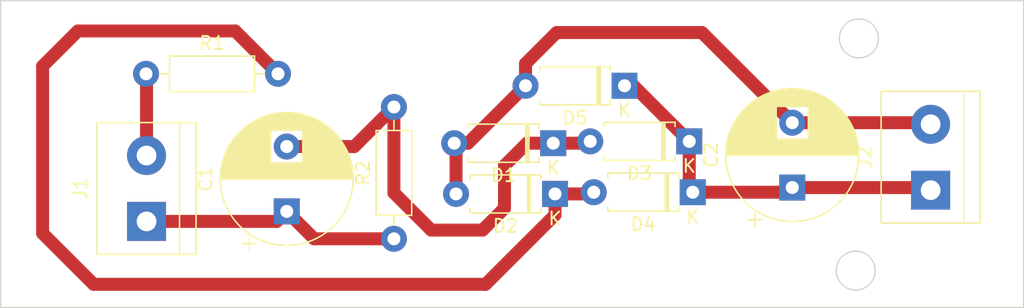
<source format=kicad_pcb>
(kicad_pcb (version 20211014) (generator pcbnew)
  (layers (0 "F.Cu" signal) (31 "B.Cu" signal) (34 "B.Paste" user) (35 "F.Paste" user) (36 "B.SilkS" user "B.Silkscreen") (37 "F.SilkS" user "F.Silkscreen") (38 "B.Mask" user) (39 "F.Mask" user) (44 "Edge.Cuts" user))
  (net 0 "")
  (net 1 "Net-(C1-Pad1)")
  (net 2 "Net-(C1-Pad2)")
  (net 3 "Net-(D2-Pad1)")
  (net 4 "Net-(J1-Pad2)")
  (net 5 "+5V")
  (net 6 "GND")
  (footprint "Capacitor_THT:CP_Radial_D10.0mm_P5.00mm" (layer "F.Cu") (at 168.67 101.88 90)
    (fp_text reference "C2" (at 2.5 -6.25 90) (layer "F.SilkS"))
    (fp_text value "470uf 25v")
    (fp_line (start 4.741 1.241) (end 4.741 4.564) (layer "F.SilkS") (width 0.12))
    (fp_line (start 5.301 1.241) (end 5.301 4.247) (layer "F.SilkS") (width 0.12))
    (fp_line (start 4.781 1.241) (end 4.781 4.545) (layer "F.SilkS") (width 0.12))
    (fp_line (start 5.061 -4.395) (end 5.061 -1.241) (layer "F.SilkS") (width 0.12))
    (fp_line (start 3.901 -4.885) (end 3.901 -1.241) (layer "F.SilkS") (width 0.12))
    (fp_line (start -2.479646 -3.375) (end -2.479646 -2.375) (layer "F.SilkS") (width 0.12))
    (fp_line (start 3.381 -5.004) (end 3.381 5.004) (layer "F.SilkS") (width 0.12))
    (fp_line (start 5.381 1.241) (end 5.381 4.194) (layer "F.SilkS") (width 0.12))
    (fp_line (start 3.18 -5.035) (end 3.18 5.035) (layer "F.SilkS") (width 0.12))
    (fp_line (start 5.261 1.241) (end 5.261 4.273) (layer "F.SilkS") (width 0.12))
    (fp_line (start 3.781 1.241) (end 3.781 4.918) (layer "F.SilkS") (width 0.12))
    (fp_line (start 5.861 1.241) (end 5.861 3.824) (layer "F.SilkS") (width 0.12))
    (fp_line (start 2.7 -5.077) (end 2.7 5.077) (layer "F.SilkS") (width 0.12))
    (fp_line (start 5.181 1.241) (end 5.181 4.323) (layer "F.SilkS") (width 0.12))
    (fp_line (start 7.581 -0.599) (end 7.581 0.599) (layer "F.SilkS") (width 0.12))
    (fp_line (start 3.741 -4.928) (end 3.741 4.928) (layer "F.SilkS") (width 0.12))
    (fp_line (start 5.141 -4.347) (end 5.141 -1.241) (layer "F.SilkS") (width 0.12))
    (fp_line (start -2.979646 -2.875) (end -1.979646 -2.875) (layer "F.SilkS") (width 0.12))
    (fp_line (start 4.221 -4.783) (end 4.221 -1.241) (layer "F.SilkS") (width 0.12))
    (fp_line (start 3.421 -4.997) (end 3.421 4.997) (layer "F.SilkS") (width 0.12))
    (fp_line (start 7.181 -2.037) (end 7.181 2.037) (layer "F.SilkS") (width 0.12))
    (fp_line (start 6.581 -3.054) (end 6.581 3.054) (layer "F.SilkS") (width 0.12))
    (fp_line (start 7.261 -1.846) (end 7.261 1.846) (layer "F.SilkS") (width 0.12))
    (fp_line (start 4.581 1.241) (end 4.581 4.639) (layer "F.SilkS") (width 0.12))
    (fp_line (start 7.221 -1.944) (end 7.221 1.944) (layer "F.SilkS") (width 0.12))
    (fp_line (start 6.821 -2.709) (end 6.821 2.709) (layer "F.SilkS") (width 0.12))
    (fp_line (start 4.501 1.241) (end 4.501 4.674) (layer "F.SilkS") (width 0.12))
    (fp_line (start 3.581 -4.965) (end 3.581 4.965) (layer "F.SilkS") (width 0.12))
    (fp_line (start 7.101 -2.209) (end 7.101 2.209) (layer "F.SilkS") (width 0.12))
    (fp_line (start 3.861 -4.897) (end 3.861 -1.241) (layer "F.SilkS") (width 0.12))
    (fp_line (start 4.141 1.241) (end 4.141 4.811) (layer "F.SilkS") (width 0.12))
    (fp_line (start 4.301 1.241) (end 4.301 4.754) (layer "F.SilkS") (width 0.12))
    (fp_line (start 7.461 -1.23) (end 7.461 1.23) (layer "F.SilkS") (width 0.12))
    (fp_line (start 5.421 1.241) (end 5.421 4.166) (layer "F.SilkS") (width 0.12))
    (fp_line (start 3.821 -4.907) (end 3.821 -1.241) (layer "F.SilkS") (width 0.12))
    (fp_line (start 4.701 -4.584) (end 4.701 -1.241) (layer "F.SilkS") (width 0.12))
    (fp_line (start 4.101 -4.824) (end 4.101 -1.241) (layer "F.SilkS") (width 0.12))
    (fp_line (start 6.141 1.241) (end 6.141 3.561) (layer "F.SilkS") (width 0.12))
    (fp_line (start 4.501 -4.674) (end 4.501 -1.241) (layer "F.SilkS") (width 0.12))
    (fp_line (start 4.181 -4.797) (end 4.181 -1.241) (layer "F.SilkS") (width 0.12))
    (fp_line (start 3.341 -5.011) (end 3.341 5.011) (layer "F.SilkS") (width 0.12))
    (fp_line (start 3.541 -4.974) (end 3.541 4.974) (layer "F.SilkS") (width 0.12))
    (fp_line (start 6.101 -3.601) (end 6.101 -1.241) (layer "F.SilkS") (width 0.12))
    (fp_line (start 6.101 1.241) (end 6.101 3.601) (layer "F.SilkS") (width 0.12))
    (fp_line (start 3.14 -5.04) (end 3.14 5.04) (layer "F.SilkS") (width 0.12))
    (fp_line (start 5.021 1.241) (end 5.021 4.417) (layer "F.SilkS") (width 0.12))
    (fp_line (start 3.301 -5.018) (end 3.301 5.018) (layer "F.SilkS") (width 0.12))
    (fp_line (start 3.501 -4.982) (end 3.501 4.982) (layer "F.SilkS") (width 0.12))
    (fp_line (start 6.461 -3.206) (end 6.461 3.206) (layer "F.SilkS") (width 0.12))
    (fp_line (start 4.861 -4.504) (end 4.861 -1.241) (layer "F.SilkS") (width 0.12))
    (fp_line (start 4.581 -4.639) (end 4.581 -1.241) (layer "F.SilkS") (width 0.12))
    (fp_line (start 5.501 1.241) (end 5.501 4.11) (layer "F.SilkS") (width 0.12))
    (fp_line (start 4.621 1.241) (end 4.621 4.621) (layer "F.SilkS") (width 0.12))
    (fp_line (start 3.941 1.241) (end 3.941 4.874) (layer "F.SilkS") (width 0.12))
    (fp_line (start 4.541 -4.657) (end 4.541 -1.241) (layer "F.SilkS") (width 0.12))
    (fp_line (start 5.621 -4.02) (end 5.621 -1.241) (layer "F.SilkS") (width 0.12))
    (fp_line (start 6.901 -2.579) (end 6.901 2.579) (layer "F.SilkS") (width 0.12))
    (fp_line (start 4.421 1.241) (end 4.421 4.707) (layer "F.SilkS") (width 0.12))
    (fp_line (start 5.901 1.241) (end 5.901 3.789) (layer "F.SilkS") (width 0.12))
    (fp_line (start 5.741 -3.925) (end 5.741 -1.241) (layer "F.SilkS") (width 0.12))
    (fp_line (start 5.541 -4.08) (end 5.541 -1.241) (layer "F.SilkS") (width 0.12))
    (fp_line (start 3.1 -5.045) (end 3.1 5.045) (layer "F.SilkS") (width 0.12))
    (fp_line (start 5.981 1.241) (end 5.981 3.716) (layer "F.SilkS") (width 0.12))
    (fp_line (start 3.261 -5.024) (end 3.261 5.024) (layer "F.SilkS") (width 0.12))
    (fp_line (start 5.501 -4.11) (end 5.501 -1.241) (layer "F.SilkS") (width 0.12))
    (fp_line (start 5.341 1.241) (end 5.341 4.221) (layer "F.SilkS") (width 0.12))
    (fp_line (start 4.821 1.241) (end 4.821 4.525) (layer "F.SilkS") (width 0.12))
    (fp_line (start 4.421 -4.707) (end 4.421 -1.241) (layer "F.SilkS") (width 0.12))
    (fp_line (start 7.141 -2.125) (end 7.141 2.125) (layer "F.SilkS") (width 0.12))
    (fp_line (start 5.701 -3.957) (end 5.701 -1.241) (layer "F.SilkS") (width 0.12))
    (fp_line (start 4.941 -4.462) (end 4.941 -1.241) (layer "F.SilkS") (width 0.12))
    (fp_line (start 6.421 -3.254) (end 6.421 3.254) (layer "F.SilkS") (width 0.12))
    (fp_line (start 4.901 -4.483) (end 4.901 -1.241) (layer "F.SilkS") (width 0.12))
    (fp_line (start 2.9 -5.065) (end 2.9 5.065) (layer "F.SilkS") (width 0.12))
    (fp_line (start 5.621 1.241) (end 5.621 4.02) (layer "F.SilkS") (width 0.12))
    (fp_line (start 4.781 -4.545) (end 4.781 -1.241) (layer "F.SilkS") (width 0.12))
    (fp_line (start 5.261 -4.273) (end 5.261 -1.241) (layer "F.SilkS") (width 0.12))
    (fp_line (start 3.821 1.241) (end 3.821 4.907) (layer "F.SilkS") (width 0.12))
    (fp_line (start 2.82 -5.07) (end 2.82 5.07) (layer "F.SilkS") (width 0.12))
    (fp_line (start 6.181 1.241) (end 6.181 3.52) (layer "F.SilkS") (width 0.12))
    (fp_line (start 2.54 -5.08) (end 2.54 5.08) (layer "F.SilkS") (width 0.12))
    (fp_line (start 4.301 -4.754) (end 4.301 -1.241) (layer "F.SilkS") (width 0.12))
    (fp_line (start 5.301 -4.247) (end 5.301 -1.241) (layer "F.SilkS") (width 0.12))
    (fp_line (start 4.261 -4.768) (end 4.261 -1.241) (layer "F.SilkS") (width 0.12))
    (fp_line (start 3.981 -4.862) (end 3.981 -1.241) (layer "F.SilkS") (width 0.12))
    (fp_line (start 4.821 -4.525) (end 4.821 -1.241) (layer "F.SilkS") (width 0.12))
    (fp_line (start 7.341 -1.63) (end 7.341 1.63) (layer "F.SilkS") (width 0.12))
    (fp_line (start 6.301 -3.392) (end 6.301 3.392) (layer "F.SilkS") (width 0.12))
    (fp_line (start 2.5 -5.08) (end 2.5 5.08) (layer "F.SilkS") (width 0.12))
    (fp_line (start 6.061 1.241) (end 6.061 3.64) (layer "F.SilkS") (width 0.12))
    (fp_line (start 5.781 1.241) (end 5.781 3.892) (layer "F.SilkS") (width 0.12))
    (fp_line (start 5.101 1.241) (end 5.101 4.371) (layer "F.SilkS") (width 0.12))
    (fp_line (start 5.861 -3.824) (end 5.861 -1.241) (layer "F.SilkS") (width 0.12))
    (fp_line (start 5.101 -4.371) (end 5.101 -1.241) (layer "F.SilkS") (width 0.12))
    (fp_line (start 3.621 -4.956) (end 3.621 4.956) (layer "F.SilkS") (width 0.12))
    (fp_line (start 6.541 -3.106) (end 6.541 3.106) (layer "F.SilkS") (width 0.12))
    (fp_line (start 6.221 -3.478) (end 6.221 -1.241) (layer "F.SilkS") (width 0.12))
    (fp_line (start 4.661 1.241) (end 4.661 4.603) (layer "F.SilkS") (width 0.12))
    (fp_line (start 7.021 -2.365) (end 7.021 2.365) (layer "F.SilkS") (width 0.12))
    (fp_line (start 4.341 -4.738) (end 4.341 -1.241) (layer "F.SilkS") (width 0.12))
    (fp_line (start 4.861 1.241) (end 4.861 4.504) (layer "F.SilkS") (width 0.12))
    (fp_line (start 4.981 -4.44) (end 4.981 -1.241) (layer "F.SilkS") (width 0.12))
    (fp_line (start 6.261 -3.436) (end 6.261 3.436) (layer "F.SilkS") (width 0.12))
    (fp_line (start 6.181 -3.52) (end 6.181 -1.241) (layer "F.SilkS") (width 0.12))
    (fp_line (start 4.661 -4.603) (end 4.661 -1.241) (layer "F.SilkS") (width 0.12))
    (fp_line (start 2.58 -5.08) (end 2.58 5.08) (layer "F.SilkS") (width 0.12))
    (fp_line (start 5.541 1.241) (end 5.541 4.08) (layer "F.SilkS") (width 0.12))
    (fp_line (start 5.821 -3.858) (end 5.821 -1.241) (layer "F.SilkS") (width 0.12))
    (fp_line (start 4.261 1.241) (end 4.261 4.768) (layer "F.SilkS") (width 0.12))
    (fp_line (start 6.621 -3) (end 6.621 3) (layer "F.SilkS") (width 0.12))
    (fp_line (start 4.341 1.241) (end 4.341 4.738) (layer "F.SilkS") (width 0.12))
    (fp_line (start 5.701 1.241) (end 5.701 3.957) (layer "F.SilkS") (width 0.12))
    (fp_line (start 7.501 -1.062) (end 7.501 1.062) (layer "F.SilkS") (width 0.12))
    (fp_line (start 2.94 -5.062) (end 2.94 5.062) (layer "F.SilkS") (width 0.12))
    (fp_line (start 7.421 -1.378) (end 7.421 1.378) (layer "F.SilkS") (width 0.12))
    (fp_line (start 5.221 -4.298) (end 5.221 -1.241) (layer "F.SilkS") (width 0.12))
    (fp_line (start 7.381 -1.51) (end 7.381 1.51) (layer "F.SilkS") (width 0.12))
    (fp_line (start 6.701 -2.889) (end 6.701 2.889) (layer "F.SilkS") (width 0.12))
    (fp_line (start 4.461 -4.69) (end 4.461 -1.241) (layer "F.SilkS") (width 0.12))
    (fp_line (start 6.981 -2.439) (end 6.981 2.439) (layer "F.SilkS") (width 0.12))
    (fp_line (start 5.061 1.241) (end 5.061 4.395) (layer "F.SilkS") (width 0.12))
    (fp_line (start 6.341 -3.347) (end 6.341 3.347) (layer "F.SilkS") (width 0.12))
    (fp_line (start 3.941 -4.874) (end 3.941 -1.241) (layer "F.SilkS") (width 0.12))
    (fp_line (start 5.821 1.241) (end 5.821 3.858) (layer "F.SilkS") (width 0.12))
    (fp_line (start 4.101 1.241) (end 4.101 4.824) (layer "F.SilkS") (width 0.12))
    (fp_line (start 6.741 -2.83) (end 6.741 2.83) (layer "F.SilkS") (width 0.12))
    (fp_line (start 4.621 -4.621) (end 4.621 -1.241) (layer "F.SilkS") (width 0.12))
    (fp_line (start 3.981 1.241) (end 3.981 4.862) (layer "F.SilkS") (width 0.12))
    (fp_line (start 5.581 -4.05) (end 5.581 -1.241) (layer "F.SilkS") (width 0.12))
    (fp_line (start 6.221 1.241) (end 6.221 3.478) (layer "F.SilkS") (width 0.12))
    (fp_line (start 5.581 1.241) (end 5.581 4.05) (layer "F.SilkS") (width 0.12))
    (fp_line (start 3.461 -4.99) (end 3.461 4.99) (layer "F.SilkS") (width 0.12))
    (fp_line (start 7.541 -0.862) (end 7.541 0.862) (layer "F.SilkS") (width 0.12))
    (fp_line (start 6.381 -3.301) (end 6.381 3.301) (layer "F.SilkS") (width 0.12))
    (fp_line (start 4.461 1.241) (end 4.461 4.69) (layer "F.SilkS") (width 0.12))
    (fp_line (start 4.061 -4.837) (end 4.061 -1.241) (layer "F.SilkS") (width 0.12))
    (fp_line (start 5.421 -4.166) (end 5.421 -1.241) (layer "F.SilkS") (width 0.12))
    (fp_line (start 5.661 -3.989) (end 5.661 -1.241) (layer "F.SilkS") (width 0.12))
    (fp_line (start 2.74 -5.075) (end 2.74 5.075) (layer "F.SilkS") (width 0.12))
    (fp_line (start 4.701 1.241) (end 4.701 4.584) (layer "F.SilkS") (width 0.12))
    (fp_line (start 6.661 -2.945) (end 6.661 2.945) (layer "F.SilkS") (width 0.12))
    (fp_line (start 6.021 1.241) (end 6.021 3.679) (layer "F.SilkS") (width 0.12))
    (fp_line (start 5.461 1.241) (end 5.461 4.138) (layer "F.SilkS") (width 0.12))
    (fp_line (start 3.861 1.241) (end 3.861 4.897) (layer "F.SilkS") (width 0.12))
    (fp_line (start 6.141 -3.561) (end 6.141 -1.241) (layer "F.SilkS") (width 0.12))
    (fp_line (start 4.741 -4.564) (end 4.741 -1.241) (layer "F.SilkS") (width 0.12))
    (fp_line (start 6.021 -3.679) (end 6.021 -1.241) (layer "F.SilkS") (width 0.12))
    (fp_line (start 5.021 -4.417) (end 5.021 -1.241) (layer "F.SilkS") (width 0.12))
    (fp_line (start 2.66 -5.078) (end 2.66 5.078) (layer "F.SilkS") (width 0.12))
    (fp_line (start 5.461 -4.138) (end 5.461 -1.241) (layer "F.SilkS") (width 0.12))
    (fp_line (start 5.941 1.241) (end 5.941 3.753) (layer "F.SilkS") (width 0.12))
    (fp_line (start 6.781 -2.77) (end 6.781 2.77) (layer "F.SilkS") (width 0.12))
    (fp_line (start 4.021 1.241) (end 4.021 4.85) (layer "F.SilkS") (width 0.12))
    (fp_line (start 2.62 -5.079) (end 2.62 5.079) (layer "F.SilkS") (width 0.12))
    (fp_line (start 3.02 -5.054) (end 3.02 5.054) (layer "F.SilkS") (width 0.12))
    (fp_line (start 3.06 -5.05) (end 3.06 5.05) (layer "F.SilkS") (width 0.12))
    (fp_line (start 4.021 -4.85) (end 4.021 -1.241) (layer "F.SilkS") (width 0.12))
    (fp_line (start 3.901 1.241) (end 3.901 4.885) (layer "F.SilkS") (width 0.12))
    (fp_line (start 4.941 1.241) (end 4.941 4.462) (layer "F.SilkS") (width 0.12))
    (fp_line (start 5.141 1.241) (end 5.141 4.347) (layer "F.SilkS") (width 0.12))
    (fp_line (start 5.901 -3.789) (end 5.901 -1.241) (layer "F.SilkS") (width 0.12))
    (fp_line (start 5.741 1.241) (end 5.741 3.925) (layer "F.SilkS") (width 0.12))
    (fp_line (start 7.301 -1.742) (end 7.301 1.742) (layer "F.SilkS") (width 0.12))
    (fp_line (start 4.061 1.241) (end 4.061 4.837) (layer "F.SilkS") (width 0.12))
    (fp_line (start 2.98 -5.058) (end 2.98 5.058) (layer "F.SilkS") (width 0.12))
    (fp_line (start 2.78 -5.073) (end 2.78 5.073) (layer "F.SilkS") (width 0.12))
    (fp_line (start 5.181 -4.323) (end 5.181 -1.241) (layer "F.SilkS") (width 0.12))
    (fp_line (start 5.781 -3.892) (end 5.781 -1.241) (layer "F.SilkS") (width 0.12))
    (fp_line (start 5.341 -4.221) (end 5.341 -1.241) (layer "F.SilkS") (width 0.12))
    (fp_line (start 2.86 -5.068) (end 2.86 5.068) (layer "F.SilkS") (width 0.12))
    (fp_line (start 4.381 1.241) (end 4.381 4.723) (layer "F.SilkS") (width 0.12))
    (fp_line (start 6.941 -2.51) (end 6.941 2.51) (layer "F.SilkS") (width 0.12))
    (fp_line (start 3.661 -4.947) (end 3.661 4.947) (layer "F.SilkS") (width 0.12))
    (fp_line (start 3.781 -4.918) (end 3.781 -1.241) (layer "F.SilkS") (width 0.12))
    (fp_line (start 4.981 1.241) (end 4.981 4.44) (layer "F.SilkS") (width 0.12))
    (fp_line (start 4.541 1.241) (end 4.541 4.657) (layer "F.SilkS") (width 0.12))
    (fp_line (start 5.661 1.241) (end 5.661 3.989) (layer "F.SilkS") (width 0.12))
    (fp_line (start 6.861 -2.645) (end 6.861 2.645) (layer "F.SilkS") (width 0.12))
    (fp_line (start 4.221 1.241) (end 4.221 4.783) (layer "F.SilkS") (width 0.12))
    (fp_line (start 5.221 1.241) (end 5.221 4.298) (layer "F.SilkS") (width 0.12))
    (fp_line (start 4.901 1.241) (end 4.901 4.483) (layer "F.SilkS") (width 0.12))
    (fp_line (start 5.941 -3.753) (end 5.941 -1.241) (layer "F.SilkS") (width 0.12))
    (fp_line (start 7.061 -2.289) (end 7.061 2.289) (layer "F.SilkS") (width 0.12))
    (fp_line (start 4.181 1.241) (end 4.181 4.797) (layer "F.SilkS") (width 0.12))
    (fp_line (start 5.381 -4.194) (end 5.381 -1.241) (layer "F.SilkS") (width 0.12))
    (fp_line (start 3.221 -5.03) (end 3.221 5.03) (layer "F.SilkS") (width 0.12))
    (fp_line (start 6.501 -3.156) (end 6.501 3.156) (layer "F.SilkS") (width 0.12))
    (fp_line (start 5.981 -3.716) (end 5.981 -1.241) (layer "F.SilkS") (width 0.12))
    (fp_line (start 6.061 -3.64) (end 6.061 -1.241) (layer "F.SilkS") (width 0.12))
    (fp_line (start 4.381 -4.723) (end 4.381 -1.241) (layer "F.SilkS") (width 0.12))
    (fp_line (start 3.701 -4.938) (end 3.701 4.938) (layer "F.SilkS") (width 0.12))
    (fp_line (start 4.141 -4.811) (end 4.141 -1.241) (layer "F.SilkS") (width 0.12))
    (fp_circle (center 2.5 0) (end 7.62 0) (layer "F.SilkS") (width 0.12) (fill none))
    (pad "1" thru_hole rect (at 0 0 90) (size 2 2) (drill 1) (layers *.Cu *.Mask) (net 5 "+5V"))
    (pad "2" thru_hole circle (at 5 0 90) (size 2 2) (drill 1) (layers *.Cu *.Mask) (net 6 "GND"))
  )
  (footprint "Resistor_THT:R_Axial_DIN0207_L6.3mm_D2.5mm_P10.16mm_Horizontal" (layer "F.Cu") (at 138.01 105.83 90)
    (fp_text reference "R2" (at 5.08 -2.37 90) (layer "F.SilkS"))
    (fp_text value "1Mo 0.25W")
    (fp_line (start 9.12 0) (end 8.35 0) (layer "F.SilkS") (width 0.12))
    (fp_line (start 8.35 -1.37) (end 1.81 -1.37) (layer "F.SilkS") (width 0.12))
    (fp_line (start 1.81 -1.37) (end 1.81 1.37) (layer "F.SilkS") (width 0.12))
    (fp_line (start 1.81 1.37) (end 8.35 1.37) (layer "F.SilkS") (width 0.12))
    (fp_line (start 8.35 1.37) (end 8.35 -1.37) (layer "F.SilkS") (width 0.12))
    (fp_line (start 1.04 0) (end 1.81 0) (layer "F.SilkS") (width 0.12))
    (pad "1" thru_hole circle (at 0 0 90) (size 2 2) (drill 1) (layers *.Cu *.Mask) (net 1 "Net-(C1-Pad1)"))
    (pad "2" thru_hole circle (at 10.16 0 90) (size 2 2) (drill 1) (layers *.Cu *.Mask) (net 2 "Net-(C1-Pad2)"))
  )
  (footprint "Resistor_THT:R_Axial_DIN0207_L6.3mm_D2.5mm_P10.16mm_Horizontal" (layer "F.Cu") (at 118.93 93.11)
    (fp_text reference "R1" (at 5.08 -2.37) (layer "F.SilkS"))
    (fp_text value "100o 2W")
    (fp_line (start 1.81 -1.37) (end 1.81 1.37) (layer "F.SilkS") (width 0.12))
    (fp_line (start 9.12 0) (end 8.35 0) (layer "F.SilkS") (width 0.12))
    (fp_line (start 1.81 1.37) (end 8.35 1.37) (layer "F.SilkS") (width 0.12))
    (fp_line (start 8.35 -1.37) (end 1.81 -1.37) (layer "F.SilkS") (width 0.12))
    (fp_line (start 1.04 0) (end 1.81 0) (layer "F.SilkS") (width 0.12))
    (fp_line (start 8.35 1.37) (end 8.35 -1.37) (layer "F.SilkS") (width 0.12))
    (pad "1" thru_hole circle (at 0 0) (size 2 2) (drill 1) (layers *.Cu *.Mask) (net 4 "Net-(J1-Pad2)"))
    (pad "2" thru_hole oval (at 10.16 0) (size 2 2) (drill 1) (layers *.Cu *.Mask) (net 3 "Net-(D2-Pad1)"))
  )
  (footprint "Diode_THT:D_A-405_P7.62mm_Horizontal" (layer "F.Cu") (at 150.27 98.46 180)
    (fp_text reference "D1" (at 3.81 -2.47) (layer "F.SilkS"))
    (fp_text value "1N4007")
    (fp_text user "K" (at 0 -1.9) (layer "F.SilkS"))
    (fp_line (start 1.09 1.14) (end 1.09 1.47) (layer "F.SilkS") (width 0.12))
    (fp_line (start 6.53 1.47) (end 6.53 1.14) (layer "F.SilkS") (width 0.12))
    (fp_line (start 6.53 -1.47) (end 6.53 -1.14) (layer "F.SilkS") (width 0.12))
    (fp_line (start 1.87 -1.47) (end 1.87 1.47) (layer "F.SilkS") (width 0.12))
    (fp_line (start 1.09 1.47) (end 6.53 1.47) (layer "F.SilkS") (width 0.12))
    (fp_line (start 1.09 -1.47) (end 6.53 -1.47) (layer "F.SilkS") (width 0.12))
    (fp_line (start 1.99 -1.47) (end 1.99 1.47) (layer "F.SilkS") (width 0.12))
    (fp_line (start 2.11 -1.47) (end 2.11 1.47) (layer "F.SilkS") (width 0.12))
    (fp_line (start 1.09 -1.14) (end 1.09 -1.47) (layer "F.SilkS") (width 0.12))
    (pad "1" thru_hole rect (at 0 0 180) (size 2 2) (drill 1) (layers *.Cu *.Mask) (net 2 "Net-(C1-Pad2)"))
    (pad "2" thru_hole circle (at 7.62 0 180) (size 2 2) (drill 1) (layers *.Cu *.Mask) (net 6 "GND"))
  )
  (footprint "TerminalBlock:TerminalBlock_bornier-2_P5.08mm" (layer "F.Cu") (at 179.32 102.08 90)
    (fp_text reference "J2" (at 2.54 -5.08 90) (layer "F.SilkS"))
    (fp_text value "Screw_Terminal_01x02")
    (fp_line (start -2.54 -3.81) (end -2.54 3.81) (layer "F.SilkS") (width 0.12))
    (fp_line (start -2.54 3.81) (end 7.62 3.81) (layer "F.SilkS") (width 0.12))
    (fp_line (start 7.62 3.81) (end 7.62 -3.81) (layer "F.SilkS") (width 0.12))
    (fp_line (start 7.62 -3.81) (end -2.54 -3.81) (layer "F.SilkS") (width 0.12))
    (fp_line (start 7.62 2.54) (end -2.54 2.54) (layer "F.SilkS") (width 0.12))
    (pad "1" thru_hole rect (at 0 0 90) (size 3 3) (drill 1.52) (layers *.Cu *.Mask) (net 5 "+5V"))
    (pad "2" thru_hole circle (at 5.08 0 90) (size 3 3) (drill 1.52) (layers *.Cu *.Mask) (net 6 "GND"))
  )
  (footprint "Diode_THT:D_A-405_P7.62mm_Horizontal" (layer "F.Cu") (at 160.74 98.32 180)
    (fp_text reference "D3" (at 3.81 -2.47) (layer "F.SilkS"))
    (fp_text value "1N4007")
    (fp_text user "K" (at 0 -1.9) (layer "F.SilkS"))
    (fp_line (start 6.53 1.47) (end 6.53 1.14) (layer "F.SilkS") (width 0.12))
    (fp_line (start 1.09 1.14) (end 1.09 1.47) (layer "F.SilkS") (width 0.12))
    (fp_line (start 1.09 -1.47) (end 6.53 -1.47) (layer "F.SilkS") (width 0.12))
    (fp_line (start 1.09 -1.14) (end 1.09 -1.47) (layer "F.SilkS") (width 0.12))
    (fp_line (start 1.09 1.47) (end 6.53 1.47) (layer "F.SilkS") (width 0.12))
    (fp_line (start 6.53 -1.47) (end 6.53 -1.14) (layer "F.SilkS") (width 0.12))
    (fp_line (start 1.99 -1.47) (end 1.99 1.47) (layer "F.SilkS") (width 0.12))
    (fp_line (start 1.87 -1.47) (end 1.87 1.47) (layer "F.SilkS") (width 0.12))
    (fp_line (start 2.11 -1.47) (end 2.11 1.47) (layer "F.SilkS") (width 0.12))
    (pad "1" thru_hole rect (at 0 0 180) (size 2 2) (drill 1) (layers *.Cu *.Mask) (net 5 "+5V"))
    (pad "2" thru_hole oval (at 7.62 0 180) (size 2 2) (drill 1) (layers *.Cu *.Mask) (net 2 "Net-(C1-Pad2)"))
  )
  (footprint "Diode_THT:D_A-405_P7.62mm_Horizontal" (layer "F.Cu") (at 150.41 102.37 180)
    (fp_text reference "D2" (at 3.81 -2.47) (layer "F.SilkS"))
    (fp_text value "1N4007")
    (fp_text user "K" (at 0 -1.9) (layer "F.SilkS"))
    (fp_line (start 1.09 1.47) (end 6.53 1.47) (layer "F.SilkS") (width 0.12))
    (fp_line (start 6.53 1.47) (end 6.53 1.14) (layer "F.SilkS") (width 0.12))
    (fp_line (start 2.11 -1.47) (end 2.11 1.47) (layer "F.SilkS") (width 0.12))
    (fp_line (start 1.09 -1.47) (end 6.53 -1.47) (layer "F.SilkS") (width 0.12))
    (fp_line (start 1.99 -1.47) (end 1.99 1.47) (layer "F.SilkS") (width 0.12))
    (fp_line (start 1.09 1.14) (end 1.09 1.47) (layer "F.SilkS") (width 0.12))
    (fp_line (start 1.87 -1.47) (end 1.87 1.47) (layer "F.SilkS") (width 0.12))
    (fp_line (start 1.09 -1.14) (end 1.09 -1.47) (layer "F.SilkS") (width 0.12))
    (fp_line (start 6.53 -1.47) (end 6.53 -1.14) (layer "F.SilkS") (width 0.12))
    (pad "1" thru_hole rect (at 0 0 180) (size 2 2) (drill 1) (layers *.Cu *.Mask) (net 3 "Net-(D2-Pad1)"))
    (pad "2" thru_hole oval (at 7.62 0 180) (size 2 2) (drill 1) (layers *.Cu *.Mask) (net 6 "GND"))
  )
  (footprint "Diode_THT:D_A-405_P7.62mm_Horizontal" (layer "F.Cu") (at 155.76 94.03 180)
    (fp_text reference "D5" (at 3.81 -2.47) (layer "F.SilkS"))
    (fp_text value "5v zener")
    (fp_text user "K" (at 0 -1.9) (layer "F.SilkS"))
    (fp_line (start 2.11 -1.47) (end 2.11 1.47) (layer "F.SilkS") (width 0.12))
    (fp_line (start 6.53 -1.47) (end 6.53 -1.14) (layer "F.SilkS") (width 0.12))
    (fp_line (start 1.09 1.47) (end 6.53 1.47) (layer "F.SilkS") (width 0.12))
    (fp_line (start 1.09 -1.47) (end 6.53 -1.47) (layer "F.SilkS") (width 0.12))
    (fp_line (start 1.87 -1.47) (end 1.87 1.47) (layer "F.SilkS") (width 0.12))
    (fp_line (start 1.09 -1.14) (end 1.09 -1.47) (layer "F.SilkS") (width 0.12))
    (fp_line (start 1.99 -1.47) (end 1.99 1.47) (layer "F.SilkS") (width 0.12))
    (fp_line (start 1.09 1.14) (end 1.09 1.47) (layer "F.SilkS") (width 0.12))
    (fp_line (start 6.53 1.47) (end 6.53 1.14) (layer "F.SilkS") (width 0.12))
    (pad "1" thru_hole rect (at 0 0 180) (size 2 2) (drill 1) (layers *.Cu *.Mask) (net 5 "+5V"))
    (pad "2" thru_hole circle (at 7.62 0 180) (size 2 2) (drill 1) (layers *.Cu *.Mask) (net 6 "GND"))
  )
  (footprint "Diode_THT:D_A-405_P7.62mm_Horizontal" (layer "F.Cu") (at 161.01 102.24 180)
    (fp_text reference "D4" (at 3.81 -2.47) (layer "F.SilkS"))
    (fp_text value "1N4007")
    (fp_text user "K" (at 0 -1.9) (layer "F.SilkS"))
    (fp_line (start 6.53 1.47) (end 6.53 1.14) (layer "F.SilkS") (width 0.12))
    (fp_line (start 2.11 -1.47) (end 2.11 1.47) (layer "F.SilkS") (width 0.12))
    (fp_line (start 1.09 -1.14) (end 1.09 -1.47) (layer "F.SilkS") (width 0.12))
    (fp_line (start 1.09 1.47) (end 6.53 1.47) (layer "F.SilkS") (width 0.12))
    (fp_line (start 1.87 -1.47) (end 1.87 1.47) (layer "F.SilkS") (width 0.12))
    (fp_line (start 6.53 -1.47) (end 6.53 -1.14) (layer "F.SilkS") (width 0.12))
    (fp_line (start 1.99 -1.47) (end 1.99 1.47) (layer "F.SilkS") (width 0.12))
    (fp_line (start 1.09 1.14) (end 1.09 1.47) (layer "F.SilkS") (width 0.12))
    (fp_line (start 1.09 -1.47) (end 6.53 -1.47) (layer "F.SilkS") (width 0.12))
    (pad "1" thru_hole rect (at 0 0 180) (size 2 2) (drill 1) (layers *.Cu *.Mask) (net 5 "+5V"))
    (pad "2" thru_hole oval (at 7.62 0 180) (size 2 2) (drill 1) (layers *.Cu *.Mask) (net 3 "Net-(D2-Pad1)"))
  )
  (footprint "TerminalBlock:TerminalBlock_bornier-2_P5.08mm" (layer "F.Cu") (at 118.97 104.49 90)
    (fp_text reference "J1" (at 2.54 -5.08 90) (layer "F.SilkS"))
    (fp_text value "Screw_Terminal_01x02")
    (fp_line (start -2.54 3.81) (end 7.62 3.81) (layer "F.SilkS") (width 0.12))
    (fp_line (start 7.62 2.54) (end -2.54 2.54) (layer "F.SilkS") (width 0.12))
    (fp_line (start 7.62 -3.81) (end -2.54 -3.81) (layer "F.SilkS") (width 0.12))
    (fp_line (start -2.54 -3.81) (end -2.54 3.81) (layer "F.SilkS") (width 0.12))
    (fp_line (start 7.62 3.81) (end 7.62 -3.81) (layer "F.SilkS") (width 0.12))
    (pad "1" thru_hole rect (at 0 0 90) (size 3 3) (drill 1.52) (layers *.Cu *.Mask) (net 1 "Net-(C1-Pad1)"))
    (pad "2" thru_hole circle (at 5.08 0 90) (size 3 3) (drill 1.52) (layers *.Cu *.Mask) (net 4 "Net-(J1-Pad2)"))
  )
  (footprint "Capacitor_THT:CP_Radial_D10.0mm_P5.00mm" (layer "F.Cu") (at 129.76 103.717677 90)
    (fp_text reference "C1" (at 2.5 -6.25 90) (layer "F.SilkS"))
    (fp_text value "2.2uf 400V")
    (fp_line (start 6.701 -2.889) (end 6.701 2.889) (layer "F.SilkS") (width 0.12))
    (fp_line (start 5.661 1.241) (end 5.661 3.989) (layer "F.SilkS") (width 0.12))
    (fp_line (start 3.861 1.241) (end 3.861 4.897) (layer "F.SilkS") (width 0.12))
    (fp_line (start 6.301 -3.392) (end 6.301 3.392) (layer "F.SilkS") (width 0.12))
    (fp_line (start 7.581 -0.599) (end 7.581 0.599) (layer "F.SilkS") (width 0.12))
    (fp_line (start 3.381 -5.004) (end 3.381 5.004) (layer "F.SilkS") (width 0.12))
    (fp_line (start 4.141 1.241) (end 4.141 4.811) (layer "F.SilkS") (width 0.12))
    (fp_line (start 5.101 1.241) (end 5.101 4.371) (layer "F.SilkS") (width 0.12))
    (fp_line (start 6.141 1.241) (end 6.141 3.561) (layer "F.SilkS") (width 0.12))
    (fp_line (start 3.14 -5.04) (end 3.14 5.04) (layer "F.SilkS") (width 0.12))
    (fp_line (start 5.901 1.241) (end 5.901 3.789) (layer "F.SilkS") (width 0.12))
    (fp_line (start 4.581 -4.639) (end 4.581 -1.241) (layer "F.SilkS") (width 0.12))
    (fp_line (start 2.74 -5.075) (end 2.74 5.075) (layer "F.SilkS") (width 0.12))
    (fp_line (start 4.221 1.241) (end 4.221 4.783) (layer "F.SilkS") (width 0.12))
    (fp_line (start 4.701 1.241) (end 4.701 4.584) (layer "F.SilkS") (width 0.12))
    (fp_line (start 3.821 -4.907) (end 3.821 -1.241) (layer "F.SilkS") (width 0.12))
    (fp_line (start 4.901 -4.483) (end 4.901 -1.241) (layer "F.SilkS") (width 0.12))
    (fp_line (start 4.301 -4.754) (end 4.301 -1.241) (layer "F.SilkS") (width 0.12))
    (fp_line (start 5.381 1.241) (end 5.381 4.194) (layer "F.SilkS") (width 0.12))
    (fp_line (start 4.741 1.241) (end 4.741 4.564) (layer "F.SilkS") (width 0.12))
    (fp_line (start 6.021 1.241) (end 6.021 3.679) (layer "F.SilkS") (width 0.12))
    (fp_line (start 2.5 -5.08) (end 2.5 5.08) (layer "F.SilkS") (width 0.12))
    (fp_line (start 3.581 -4.965) (end 3.581 4.965) (layer "F.SilkS") (width 0.12))
    (fp_line (start 7.181 -2.037) (end 7.181 2.037) (layer "F.SilkS") (width 0.12))
    (fp_line (start 4.301 1.241) (end 4.301 4.754) (layer "F.SilkS") (width 0.12))
    (fp_line (start 4.421 -4.707) (end 4.421 -1.241) (layer "F.SilkS") (width 0.12))
    (fp_line (start 7.021 -2.365) (end 7.021 2.365) (layer "F.SilkS") (width 0.12))
    (fp_line (start 4.061 -4.837) (end 4.061 -1.241) (layer "F.SilkS") (width 0.12))
    (fp_line (start 6.141 -3.561) (end 6.141 -1.241) (layer "F.SilkS") (width 0.12))
    (fp_line (start 4.261 -4.768) (end 4.261 -1.241) (layer "F.SilkS") (width 0.12))
    (fp_line (start 4.741 -4.564) (end 4.741 -1.241) (layer "F.SilkS") (width 0.12))
    (fp_line (start 6.101 1.241) (end 6.101 3.601) (layer "F.SilkS") (width 0.12))
    (fp_line (start 4.581 1.241) (end 4.581 4.639) (layer "F.SilkS") (width 0.12))
    (fp_line (start 6.541 -3.106) (end 6.541 3.106) (layer "F.SilkS") (width 0.12))
    (fp_line (start 4.101 1.241) (end 4.101 4.824) (layer "F.SilkS") (width 0.12))
    (fp_line (start 4.781 1.241) (end 4.781 4.545) (layer "F.SilkS") (width 0.12))
    (fp_line (start 4.701 -4.584) (end 4.701 -1.241) (layer "F.SilkS") (width 0.12))
    (fp_line (start 2.78 -5.073) (end 2.78 5.073) (layer "F.SilkS") (width 0.12))
    (fp_line (start 5.621 1.241) (end 5.621 4.02) (layer "F.SilkS") (width 0.12))
    (fp_line (start 5.781 -3.892) (end 5.781 -1.241) (layer "F.SilkS") (width 0.12))
    (fp_line (start 2.86 -5.068) (end 2.86 5.068) (layer "F.SilkS") (width 0.12))
    (fp_line (start 5.501 -4.11) (end 5.501 -1.241) (layer "F.SilkS") (width 0.12))
    (fp_line (start 5.461 1.241) (end 5.461 4.138) (layer "F.SilkS") (width 0.12))
    (fp_line (start 6.621 -3) (end 6.621 3) (layer "F.SilkS") (width 0.12))
    (fp_line (start 4.981 -4.44) (end 4.981 -1.241) (layer "F.SilkS") (width 0.12))
    (fp_line (start 5.021 -4.417) (end 5.021 -1.241) (layer "F.SilkS") (width 0.12))
    (fp_line (start 4.221 -4.783) (end 4.221 -1.241) (layer "F.SilkS") (width 0.12))
    (fp_line (start 2.66 -5.078) (end 2.66 5.078) (layer "F.SilkS") (width 0.12))
    (fp_line (start 4.261 1.241) (end 4.261 4.768) (layer "F.SilkS") (width 0.12))
    (fp_line (start 7.061 -2.289) (end 7.061 2.289) (layer "F.SilkS") (width 0.12))
    (fp_line (start 5.821 1.241) (end 5.821 3.858) (layer "F.SilkS") (width 0.12))
    (fp_line (start 5.941 -3.753) (end 5.941 -1.241) (layer "F.SilkS") (width 0.12))
    (fp_line (start 5.621 -4.02) (end 5.621 -1.241) (layer "F.SilkS") (width 0.12))
    (fp_line (start 5.301 -4.247) (end 5.301 -1.241) (layer "F.SilkS") (width 0.12))
    (fp_line (start 6.981 -2.439) (end 6.981 2.439) (layer "F.SilkS") (width 0.12))
    (fp_line (start 6.101 -3.601) (end 6.101 -1.241) (layer "F.SilkS") (width 0.12))
    (fp_line (start 4.941 1.241) (end 4.941 4.462) (layer "F.SilkS") (width 0.12))
    (fp_line (start 6.861 -2.645) (end 6.861 2.645) (layer "F.SilkS") (width 0.12))
    (fp_line (start 5.261 1.241) (end 5.261 4.273) (layer "F.SilkS") (width 0.12))
    (fp_line (start 2.58 -5.08) (end 2.58 5.08) (layer "F.SilkS") (width 0.12))
    (fp_line (start 2.94 -5.062) (end 2.94 5.062) (layer "F.SilkS") (width 0.12))
    (fp_line (start 4.541 -4.657) (end 4.541 -1.241) (layer "F.SilkS") (width 0.12))
    (fp_line (start 4.821 1.241) (end 4.821 4.525) (layer "F.SilkS") (width 0.12))
    (fp_line (start 7.301 -1.742) (end 7.301 1.742) (layer "F.SilkS") (width 0.12))
    (fp_line (start -2.479646 -3.375) (end -2.479646 -2.375) (layer "F.SilkS") (width 0.12))
    (fp_line (start 7.341 -1.63) (end 7.341 1.63) (layer "F.SilkS") (width 0.12))
    (fp_line (start 3.1 -5.045) (end 3.1 5.045) (layer "F.SilkS") (width 0.12))
    (fp_line (start 6.261 -3.436) (end 6.261 3.436) (layer "F.SilkS") (width 0.12))
    (fp_line (start 5.661 -3.989) (end 5.661 -1.241) (layer "F.SilkS") (width 0.12))
    (fp_line (start 6.901 -2.579) (end 6.901 2.579) (layer "F.SilkS") (width 0.12))
    (fp_line (start 4.381 1.241) (end 4.381 4.723) (layer "F.SilkS") (width 0.12))
    (fp_line (start 3.461 -4.99) (end 3.461 4.99) (layer "F.SilkS") (width 0.12))
    (fp_line (start 4.501 1.241) (end 4.501 4.674) (layer "F.SilkS") (width 0.12))
    (fp_line (start 4.341 -4.738) (end 4.341 -1.241) (layer "F.SilkS") (width 0.12))
    (fp_line (start 5.861 -3.824) (end 5.861 -1.241) (layer "F.SilkS") (width 0.12))
    (fp_line (start 5.581 -4.05) (end 5.581 -1.241) (layer "F.SilkS") (width 0.12))
    (fp_line (start 6.061 -3.64) (end 6.061 -1.241) (layer "F.SilkS") (width 0.12))
    (fp_line (start 3.02 -5.054) (end 3.02 5.054) (layer "F.SilkS") (width 0.12))
    (fp_line (start 4.421 1.241) (end 4.421 4.707) (layer "F.SilkS") (width 0.12))
    (fp_line (start 5.061 1.241) (end 5.061 4.395) (layer "F.SilkS") (width 0.12))
    (fp_line (start 5.861 1.241) (end 5.861 3.824) (layer "F.SilkS") (width 0.12))
    (fp_line (start 6.421 -3.254) (end 6.421 3.254) (layer "F.SilkS") (width 0.12))
    (fp_line (start 4.461 1.241) (end 4.461 4.69) (layer "F.SilkS") (width 0.12))
    (fp_line (start 3.981 -4.862) (end 3.981 -1.241) (layer "F.SilkS") (width 0.12))
    (fp_line (start 5.941 1.241) (end 5.941 3.753) (layer "F.SilkS") (width 0.12))
    (fp_line (start 3.861 -4.897) (end 3.861 -1.241) (layer "F.SilkS") (width 0.12))
    (fp_line (start 7.101 -2.209) (end 7.101 2.209) (layer "F.SilkS") (width 0.12))
    (fp_line (start 5.701 1.241) (end 5.701 3.957) (layer "F.SilkS") (width 0.12))
    (fp_line (start 4.861 1.241) (end 4.861 4.504) (layer "F.SilkS") (width 0.12))
    (fp_line (start 3.701 -4.938) (end 3.701 4.938) (layer "F.SilkS") (width 0.12))
    (fp_line (start 3.661 -4.947) (end 3.661 4.947) (layer "F.SilkS") (width 0.12))
    (fp_line (start 5.341 1.241) (end 5.341 4.221) (layer "F.SilkS") (width 0.12))
    (fp_line (start 4.621 -4.621) (end 4.621 -1.241) (layer "F.SilkS") (width 0.12))
    (fp_line (start 4.381 -4.723) (end 4.381 -1.241) (layer "F.SilkS") (width 0.12))
    (fp_line (start 5.021 1.241) (end 5.021 4.417) (layer "F.SilkS") (width 0.12))
    (fp_line (start 6.221 -3.478) (end 6.221 -1.241) (layer "F.SilkS") (width 0.12))
    (fp_line (start 3.301 -5.018) (end 3.301 5.018) (layer "F.SilkS") (width 0.12))
    (fp_line (start 5.421 -4.166) (end 5.421 -1.241) (layer "F.SilkS") (width 0.12))
    (fp_line (start 2.54 -5.08) (end 2.54 5.08) (layer "F.SilkS") (width 0.12))
    (fp_line (start 5.981 1.241) (end 5.981 3.716) (layer "F.SilkS") (width 0.12))
    (fp_line (start 5.421 1.241) (end 5.421 4.166) (layer "F.SilkS") (width 0.12))
    (fp_line (start 3.741 -4.928) (end 3.741 4.928) (layer "F.SilkS") (width 0.12))
    (fp_line (start 5.741 -3.925) (end 5.741 -1.241) (layer "F.SilkS") (width 0.12))
    (fp_line (start 6.741 -2.83) (end 6.741 2.83) (layer "F.SilkS") (width 0.12))
    (fp_line (start 5.221 1.241) (end 5.221 4.298) (layer "F.SilkS") (width 0.12))
    (fp_line (start 3.421 -4.997) (end 3.421 4.997) (layer "F.SilkS") (width 0.12))
    (fp_line (start 7.221 -1.944) (end 7.221 1.944) (layer "F.SilkS") (width 0.12))
    (fp_line (start 4.821 -4.525) (end 4.821 -1.241) (layer "F.SilkS") (width 0.12))
    (fp_line (start 2.82 -5.07) (end 2.82 5.07) (layer "F.SilkS") (width 0.12))
    (fp_line (start 5.181 1.241) (end 5.181 4.323) (layer "F.SilkS") (width 0.12))
    (fp_line (start 4.981 1.241) (end 4.981 4.44) (layer "F.SilkS") (width 0.12))
    (fp_line (start 2.98 -5.058) (end 2.98 5.058) (layer "F.SilkS") (width 0.12))
    (fp_line (start 3.941 1.241) (end 3.941 4.874) (layer "F.SilkS") (width 0.12))
    (fp_line (start 6.381 -3.301) (end 6.381 3.301) (layer "F.SilkS") (width 0.12))
    (fp_line (start 7.461 -1.23) (end 7.461 1.23) (layer "F.SilkS") (width 0.12))
    (fp_line (start 5.381 -4.194) (end 5.381 -1.241) (layer "F.SilkS") (width 0.12))
    (fp_line (start 4.021 -4.85) (end 4.021 -1.241) (layer "F.SilkS") (width 0.12))
    (fp_line (start 4.181 1.241) (end 4.181 4.797) (layer "F.SilkS") (width 0.12))
    (fp_line (start 6.501 -3.156) (end 6.501 3.156) (layer "F.SilkS") (width 0.12))
    (fp_line (start 6.181 -3.52) (end 6.181 -1.241) (layer "F.SilkS") (width 0.12))
    (fp_line (start 6.941 -2.51) (end 6.941 2.51) (layer "F.SilkS") (width 0.12))
    (fp_line (start 6.341 -3.347) (end 6.341 3.347) (layer "F.SilkS") (width 0.12))
    (fp_line (start 4.901 1.241) (end 4.901 4.483) (layer "F.SilkS") (width 0.12))
    (fp_line (start 5.461 -4.138) (end 5.461 -1.241) (layer "F.SilkS") (width 0.12))
    (fp_line (start 3.981 1.241) (end 3.981 4.862) (layer "F.SilkS") (width 0.12))
    (fp_line (start 3.541 -4.974) (end 3.541 4.974) (layer "F.SilkS") (width 0.12))
    (fp_line (start 5.781 1.241) (end 5.781 3.892) (layer "F.SilkS") (width 0.12))
    (fp_line (start 4.461 -4.69) (end 4.461 -1.241) (layer "F.SilkS") (width 0.12))
    (fp_line (start 3.781 -4.918) (end 3.781 -1.241) (layer "F.SilkS") (width 0.12))
    (fp_line (start 3.621 -4.956) (end 3.621 4.956) (layer "F.SilkS") (width 0.12))
    (fp_line (start 5.741 1.241) (end 5.741 3.925) (layer "F.SilkS") (width 0.12))
    (fp_line (start 3.341 -5.011) (end 3.341 5.011) (layer "F.SilkS") (width 0.12))
    (fp_line (start 3.18 -5.035) (end 3.18 5.035) (layer "F.SilkS") (width 0.12))
    (fp_line (start 7.261 -1.846) (end 7.261 1.846) (layer "F.SilkS") (width 0.12))
    (fp_line (start 2.9 -5.065) (end 2.9 5.065) (layer "F.SilkS") (width 0.12))
    (fp_line (start 3.821 1.241) (end 3.821 4.907) (layer "F.SilkS") (width 0.12))
    (fp_line (start 5.221 -4.298) (end 5.221 -1.241) (layer "F.SilkS") (width 0.12))
    (fp_line (start 3.781 1.241) (end 3.781 4.918) (layer "F.SilkS") (width 0.12))
    (fp_line (start 4.021 1.241) (end 4.021 4.85) (layer "F.SilkS") (width 0.12))
    (fp_line (start 5.901 -3.789) (end 5.901 -1.241) (layer "F.SilkS") (width 0.12))
    (fp_line (start 6.461 -3.206) (end 6.461 3.206) (layer "F.SilkS") (width 0.12))
    (fp_line (start 4.061 1.241) (end 4.061 4.837) (layer "F.SilkS") (width 0.12))
    (fp_line (start 6.181 1.241) (end 6.181 3.52) (layer "F.SilkS") (width 0.12))
    (fp_line (start 6.661 -2.945) (end 6.661 2.945) (layer "F.SilkS") (width 0.12))
    (fp_line (start 2.7 -5.077) (end 2.7 5.077) (layer "F.SilkS") (width 0.12))
    (fp_line (start 5.581 1.241) (end 5.581 4.05) (layer "F.SilkS") (width 0.12))
    (fp_line (start 6.581 -3.054) (end 6.581 3.054) (layer "F.SilkS") (width 0.12))
    (fp_line (start 4.621 1.241) (end 4.621 4.621) (layer "F.SilkS") (width 0.12))
    (fp_line (start 3.901 1.241) (end 3.901 4.885) (layer "F.SilkS") (width 0.12))
    (fp_line (start 7.541 -0.862) (end 7.541 0.862) (layer "F.SilkS") (width 0.12))
    (fp_line (start 3.261 -5.024) (end 3.261 5.024) (layer "F.SilkS") (width 0.12))
    (fp_line (start 7.381 -1.51) (end 7.381 1.51) (layer "F.SilkS") (width 0.12))
    (fp_line (start 4.341 1.241) (end 4.341 4.738) (layer "F.SilkS") (width 0.12))
    (fp_line (start 4.781 -4.545) (end 4.781 -1.241) (layer "F.SilkS") (width 0.12))
    (fp_line (start -2.979646 -2.875) (end -1.979646 -2.875) (layer "F.SilkS") (width 0.12))
    (fp_line (start 4.661 -4.603) (end 4.661 -1.241) (layer "F.SilkS") (width 0.12))
    (fp_line (start 7.501 -1.062) (end 7.501 1.062) (layer "F.SilkS") (width 0.12))
    (fp_line (start 7.141 -2.125) (end 7.141 2.125) (layer "F.SilkS") (width 0.12))
    (fp_line (start 5.541 1.241) (end 5.541 4.08) (layer "F.SilkS") (width 0.12))
    (fp_line (start 6.821 -2.709) (end 6.821 2.709) (layer "F.SilkS") (width 0.12))
    (fp_line (start 5.301 1.241) (end 5.301 4.247) (layer "F.SilkS") (width 0.12))
    (fp_line (start 7.421 -1.378) (end 7.421 1.378) (layer "F.SilkS") (width 0.12))
    (fp_line (start 3.941 -4.874) (end 3.941 -1.241) (layer "F.SilkS") (width 0.12))
    (fp_line (start 5.141 -4.347) (end 5.141 -1.241) (layer "F.SilkS") (width 0.12))
    (fp_line (start 5.541 -4.08) (end 5.541 -1.241) (layer "F.SilkS") (width 0.12))
    (fp_line (start 3.501 -4.982) (end 3.501 4.982) (layer "F.SilkS") (width 0.12))
    (fp_line (start 4.141 -4.811) (end 4.141 -1.241) (layer "F.SilkS") (width 0.12))
    (fp_line (start 4.541 1.241) (end 4.541 4.657) (layer "F.SilkS") (width 0.12))
    (fp_line (start 5.181 -4.323) (end 5.181 -1.241) (layer "F.SilkS") (width 0.12))
    (fp_line (start 4.101 -4.824) (end 4.101 -1.241) (layer "F.SilkS") (width 0.12))
    (fp_line (start 5.501 1.241) (end 5.501 4.11) (layer "F.SilkS") (width 0.12))
    (fp_line (start 5.981 -3.716) (end 5.981 -1.241) (layer "F.SilkS") (width 0.12))
    (fp_line (start 4.661 1.241) (end 4.661 4.603) (layer "F.SilkS") (width 0.12))
    (fp_line (start 4.941 -4.462) (end 4.941 -1.241) (layer "F.SilkS") (width 0.12))
    (fp_line (start 5.141 1.241) (end 5.141 4.347) (layer "F.SilkS") (width 0.12))
    (fp_line (start 6.781 -2.77) (end 6.781 2.77) (layer "F.SilkS") (width 0.12))
    (fp_line (start 3.901 -4.885) (end 3.901 -1.241) (layer "F.SilkS") (width 0.12))
    (fp_line (start 5.101 -4.371) (end 5.101 -1.241) (layer "F.SilkS") (width 0.12))
    (fp_line (start 6.221 1.241) (end 6.221 3.478) (layer "F.SilkS") (width 0.12))
    (fp_line (start 5.261 -4.273) (end 5.261 -1.241) (layer "F.SilkS") (width 0.12))
    (fp_line (start 2.62 -5.079) (end 2.62 5.079) (layer "F.SilkS") (width 0.12))
    (fp_line (start 6.061 1.241) (end 6.061 3.64) (layer "F.SilkS") (width 0.12))
    (fp_line (start 4.501 -4.674) (end 4.501 -1.241) (layer "F.SilkS") (width 0.12))
    (fp_line (start 5.061 -4.395) (end 5.061 -1.241) (layer "F.SilkS") (width 0.12))
    (fp_line (start 3.221 -5.03) (end 3.221 5.03) (layer "F.SilkS") (width 0.12))
    (fp_line (start 6.021 -3.679) (end 6.021 -1.241) (layer "F.SilkS") (width 0.12))
    (fp_line (start 5.341 -4.221) (end 5.341 -1.241) (layer "F.SilkS") (width 0.12))
    (fp_line (start 4.181 -4.797) (end 4.181 -1.241) (layer "F.SilkS") (width 0.12))
    (fp_line (start 5.701 -3.957) (end 5.701 -1.241) (layer "F.SilkS") (width 0.12))
    (fp_line (start 3.06 -5.05) (end 3.06 5.05) (layer "F.SilkS") (width 0.12))
    (fp_line (start 4.861 -4.504) (end 4.861 -1.241) (layer "F.SilkS") (width 0.12))
    (fp_line (start 5.821 -3.858) (end 5.821 -1.241) (layer "F.SilkS") (width 0.12))
    (fp_circle (center 2.5 0) (end 7.62 0) (layer "F.SilkS") (width 0.12) (fill none))
    (pad "1" thru_hole rect (at 0 0 90) (size 2 2) (drill 1) (layers *.Cu *.Mask) (net 1 "Net-(C1-Pad1)"))
    (pad "2" thru_hole circle (at 5 0 90) (size 2 2) (drill 1) (layers *.Cu *.Mask) (net 2 "Net-(C1-Pad2)"))
  )
  (gr_circle (center 173.8 90.38) (end 175.3 90.38) (layer "Edge.Cuts") (width 0.1) (fill none))
  (gr_rect (start 107.74 87.47) (end 186.48 111.13) (layer "Edge.Cuts") (width 0.1) (fill none))
  (gr_circle (center 173.55 108.28) (end 175.05 108.28) (layer "Edge.Cuts") (width 0.1) (fill none))
  (segment (start 138.01 105.83) (end 131.872323 105.83) (width 1) (layer "F.Cu") (net 1))
  (segment (start 128.987677 104.49) (end 129.76 103.717677) (width 1) (layer "F.Cu") (net 1))
  (segment (start 118.97 104.49) (end 128.987677 104.49) (width 1) (layer "F.Cu") (net 1))
  (segment (start 131.872323 105.83) (end 129.76 103.717677) (width 1) (layer "F.Cu") (net 1))
  (segment (start 146.52 100.19) (end 148.25 98.46) (width 1) (layer "F.Cu") (net 2))
  (segment (start 134.962323 98.717677) (end 138.01 95.67) (width 1) (layer "F.Cu") (net 2))
  (segment (start 138.01 95.67) (end 138.01 102.29) (width 1) (layer "F.Cu") (net 2))
  (segment (start 140.88 105.16) (end 144.83 105.16) (width 1) (layer "F.Cu") (net 2))
  (segment (start 152.98 98.46) (end 153.12 98.32) (width 1) (layer "F.Cu") (net 2))
  (segment (start 148.25 98.46) (end 150.27 98.46) (width 1) (layer "F.Cu") (net 2))
  (segment (start 138.01 102.29) (end 140.88 105.16) (width 1) (layer "F.Cu") (net 2))
  (segment (start 129.76 98.717677) (end 134.962323 98.717677) (width 1) (layer "F.Cu") (net 2))
  (segment (start 146.52 103.47) (end 146.52 100.19) (width 1) (layer "F.Cu") (net 2))
  (segment (start 144.83 105.16) (end 146.52 103.47) (width 1) (layer "F.Cu") (net 2))
  (segment (start 150.27 98.46) (end 152.98 98.46) (width 1) (layer "F.Cu") (net 2))
  (segment (start 145.059419 109.340581) (end 150.41 103.99) (width 1) (layer "F.Cu") (net 3))
  (segment (start 113.68 89.81) (end 110.97 92.52) (width 1) (layer "F.Cu") (net 3))
  (segment (start 150.41 102.37) (end 153.26 102.37) (width 1) (layer "F.Cu") (net 3))
  (segment (start 129.09 93.11) (end 125.79 89.81) (width 1) (layer "F.Cu") (net 3))
  (segment (start 114.900581 109.340581) (end 145.059419 109.340581) (width 1) (layer "F.Cu") (net 3))
  (segment (start 110.97 92.52) (end 110.97 105.41) (width 1) (layer "F.Cu") (net 3))
  (segment (start 153.26 102.37) (end 153.39 102.24) (width 1) (layer "F.Cu") (net 3))
  (segment (start 125.79 89.81) (end 113.68 89.81) (width 1) (layer "F.Cu") (net 3))
  (segment (start 150.41 103.99) (end 150.41 102.37) (width 1) (layer "F.Cu") (net 3))
  (segment (start 110.97 105.41) (end 114.900581 109.340581) (width 1) (layer "F.Cu") (net 3))
  (segment (start 118.97 93.15) (end 118.93 93.11) (width 1) (layer "F.Cu") (net 4))
  (segment (start 118.97 99.41) (end 118.97 93.15) (width 1) (layer "F.Cu") (net 4))
  (segment (start 160.74 101.97) (end 161.01 102.24) (width 1) (layer "F.Cu") (net 5))
  (segment (start 168.67 101.88) (end 179.12 101.88) (width 1) (layer "F.Cu") (net 5))
  (segment (start 160.74 98.32) (end 160.74 101.97) (width 1) (layer "F.Cu") (net 5))
  (segment (start 155.76 94.03) (end 156.45 94.03) (width 1) (layer "F.Cu") (net 5))
  (segment (start 161.01 102.24) (end 168.31 102.24) (width 1) (layer "F.Cu") (net 5))
  (segment (start 168.31 102.24) (end 168.67 101.88) (width 1) (layer "F.Cu") (net 5))
  (segment (start 179.12 101.88) (end 179.32 102.08) (width 1) (layer "F.Cu") (net 5))
  (segment (start 156.45 94.03) (end 160.74 98.32) (width 1) (layer "F.Cu") (net 5))
  (segment (start 143.71 98.46) (end 148.14 94.03) (width 1) (layer "F.Cu") (net 6))
  (segment (start 168.67 96.88) (end 179.2 96.88) (width 1) (layer "F.Cu") (net 6))
  (segment (start 168.67 96.88) (end 161.72 89.93) (width 1) (layer "F.Cu") (net 6))
  (segment (start 179.2 96.88) (end 179.32 97) (width 1) (layer "F.Cu") (net 6))
  (segment (start 161.72 89.93) (end 150.53 89.93) (width 1) (layer "F.Cu") (net 6))
  (segment (start 148.14 92.32) (end 148.14 94.03) (width 1) (layer "F.Cu") (net 6))
  (segment (start 142.79 98.6) (end 142.65 98.46) (width 1) (layer "F.Cu") (net 6))
  (segment (start 142.79 102.37) (end 142.79 98.6) (width 1) (layer "F.Cu") (net 6))
  (segment (start 142.65 98.46) (end 143.71 98.46) (width 1) (layer "F.Cu") (net 6))
  (segment (start 150.53 89.93) (end 148.14 92.32) (width 1) (layer "F.Cu") (net 6))
)
</source>
